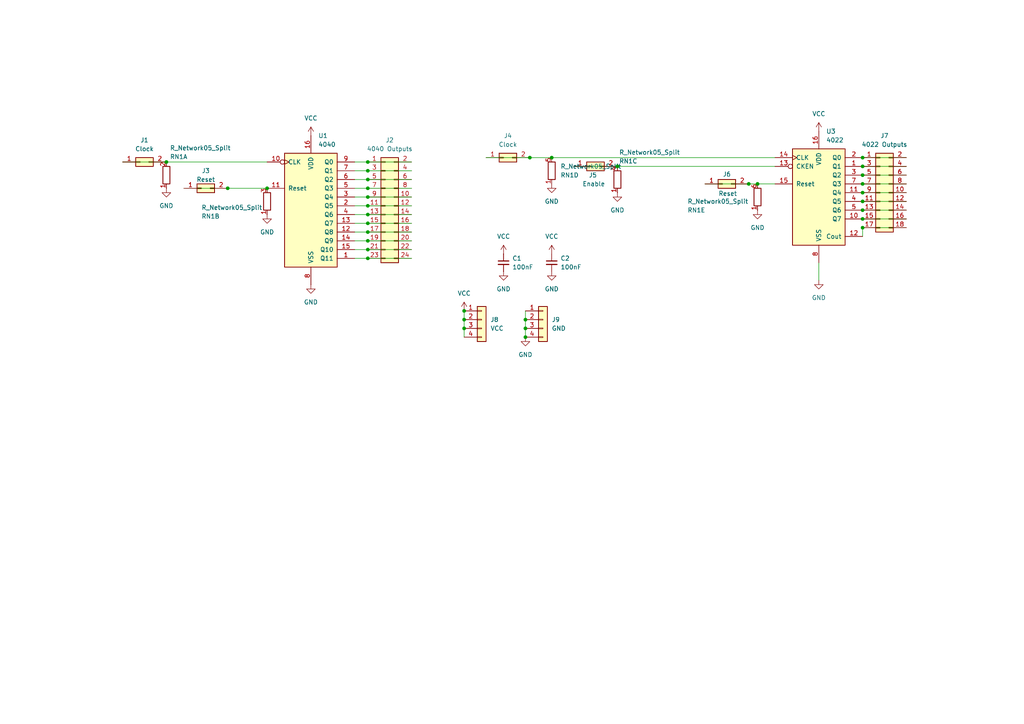
<source format=kicad_sch>
(kicad_sch (version 20250114) (generator "eeschema") (generator_version "9.0")
  (paper "A4")
  (lib_symbols
    (symbol "4xxx:4022" (pin_names (offset 1.016))
      (property "Reference" "U" (at -7.62 13.97 0))
      (property "Value" "4022" (at -7.62 -16.51 0))
      (symbol "4022_1_0"
        (pin input clock (at -12.7 10.16 0) (length 5.08) (name "CLK") (number "14"))
        (pin input inverted (at -12.7 7.62 0) (length 5.08) (name "CKEN") (number "13"))
        (pin input line (at -12.7 2.54 0) (length 5.08) (name "Reset") (number "15"))
        (pin no_connect line (at -12.7 -5.08 0) (length 5.08) (hide yes) (name "NC") (number "6"))
        (pin no_connect line (at -12.7 -7.62 0) (length 5.08) (hide yes) (name "NC") (number "9"))
        (pin power_in line (at 0 17.78 270) (length 5.08) (name "VDD") (number "16"))
        (pin power_in line (at 0 -20.32 90) (length 5.08) (name "VSS") (number "8"))
        (pin output line (at 12.7 10.16 180) (length 5.08) (name "Q0") (number "2"))
        (pin output line (at 12.7 7.62 180) (length 5.08) (name "Q1") (number "1"))
        (pin output line (at 12.7 5.08 180) (length 5.08) (name "Q2") (number "3"))
        (pin output line (at 12.7 2.54 180) (length 5.08) (name "Q3") (number "7"))
        (pin output line (at 12.7 0 180) (length 5.08) (name "Q4") (number "11"))
        (pin output line (at 12.7 -2.54 180) (length 5.08) (name "Q5") (number "4"))
        (pin output line (at 12.7 -5.08 180) (length 5.08) (name "Q6") (number "5"))
        (pin output line (at 12.7 -7.62 180) (length 5.08) (name "Q7") (number "10"))
        (pin output line (at 12.7 -12.7 180) (length 5.08) (name "Cout") (number "12"))
      )
      (symbol "4022_1_1"
        (rectangle (start -7.62 12.7) (end 7.62 -15.24) (stroke (width 0.254)) (fill (type background)))
      )
    )
    (symbol "4xxx:4040" (pin_names (offset 1.016))
      (property "Reference" "U" (at -7.62 16.51 0))
      (property "Value" "4040" (at -7.62 -19.05 0))
      (symbol "4040_1_0"
        (pin input inverted_clock (at -12.7 12.7 0) (length 5.08) (name "CLK") (number "10"))
        (pin input line (at -12.7 5.08 0) (length 5.08) (name "Reset") (number "11"))
        (pin power_in line (at 0 20.32 270) (length 5.08) (name "VDD") (number "16"))
        (pin power_in line (at 0 -22.86 90) (length 5.08) (name "VSS") (number "8"))
        (pin output line (at 12.7 12.7 180) (length 5.08) (name "Q0") (number "9"))
        (pin output line (at 12.7 10.16 180) (length 5.08) (name "Q1") (number "7"))
        (pin output line (at 12.7 7.62 180) (length 5.08) (name "Q2") (number "6"))
        (pin output line (at 12.7 5.08 180) (length 5.08) (name "Q3") (number "5"))
        (pin output line (at 12.7 2.54 180) (length 5.08) (name "Q4") (number "3"))
        (pin output line (at 12.7 0 180) (length 5.08) (name "Q5") (number "2"))
        (pin output line (at 12.7 -2.54 180) (length 5.08) (name "Q6") (number "4"))
        (pin output line (at 12.7 -5.08 180) (length 5.08) (name "Q7") (number "13"))
        (pin output line (at 12.7 -7.62 180) (length 5.08) (name "Q8") (number "12"))
        (pin output line (at 12.7 -10.16 180) (length 5.08) (name "Q9") (number "14"))
        (pin output line (at 12.7 -12.7 180) (length 5.08) (name "Q10") (number "15"))
        (pin output line (at 12.7 -15.24 180) (length 5.08) (name "Q11") (number "1"))
      )
      (symbol "4040_1_1"
        (rectangle (start -7.62 15.24) (end 7.62 -17.78) (stroke (width 0.254)) (fill (type background)))
      )
    )
    (symbol "Connector_Generic:Conn_01x04" (pin_names (offset 1.016) (hide yes))
      (property "Reference" "J" (at 0 5.08 0))
      (property "Value" "Conn_01x04" (at 0 -7.62 0))
      (symbol "Conn_01x04_1_1"
        (rectangle (start -1.27 3.81) (end 1.27 -6.35) (stroke (width 0.254)) (fill (type background)))
        (rectangle (start -1.27 2.667) (end 0 2.413) (stroke (width 0.1524)))
        (rectangle (start -1.27 0.127) (end 0 -0.127) (stroke (width 0.1524)))
        (rectangle (start -1.27 -2.413) (end 0 -2.667) (stroke (width 0.1524)))
        (rectangle (start -1.27 -4.953) (end 0 -5.207) (stroke (width 0.1524)))
        (pin passive line (at -5.08 2.54 0) (length 3.81) (name "Pin_1") (number "1"))
        (pin passive line (at -5.08 0 0) (length 3.81) (name "Pin_2") (number "2"))
        (pin passive line (at -5.08 -2.54 0) (length 3.81) (name "Pin_3") (number "3"))
        (pin passive line (at -5.08 -5.08 0) (length 3.81) (name "Pin_4") (number "4"))
      )
    )
    (symbol "Connector_Generic:Conn_02x01" (pin_names (offset 1.016) (hide yes))
      (property "Reference" "J" (at 1.27 2.54 0))
      (property "Value" "Conn_02x01" (at 1.27 -2.54 0))
      (symbol "Conn_02x01_1_1"
        (rectangle (start -1.27 1.27) (end 3.81 -1.27) (stroke (width 0.254)) (fill (type background)))
        (rectangle (start -1.27 0.127) (end 0 -0.127) (stroke (width 0.1524)))
        (rectangle (start 3.81 0.127) (end 2.54 -0.127) (stroke (width 0.1524)))
        (pin passive line (at -5.08 0 0) (length 3.81) (name "Pin_1") (number "1"))
        (pin passive line (at 7.62 0 180) (length 3.81) (name "Pin_2") (number "2"))
      )
    )
    (symbol "Connector_Generic:Conn_02x09_Odd_Even" (pin_names (offset 1.016) (hide yes))
      (property "Reference" "J" (at 1.27 12.7 0))
      (property "Value" "Conn_02x09_Odd_Even" (at 1.27 -12.7 0))
      (symbol "Conn_02x09_Odd_Even_1_1"
        (rectangle (start -1.27 11.43) (end 3.81 -11.43) (stroke (width 0.254)) (fill (type background)))
        (rectangle (start -1.27 10.287) (end 0 10.033) (stroke (width 0.1524)))
        (rectangle (start -1.27 7.747) (end 0 7.493) (stroke (width 0.1524)))
        (rectangle (start -1.27 5.207) (end 0 4.953) (stroke (width 0.1524)))
        (rectangle (start -1.27 2.667) (end 0 2.413) (stroke (width 0.1524)))
        (rectangle (start -1.27 0.127) (end 0 -0.127) (stroke (width 0.1524)))
        (rectangle (start -1.27 -2.413) (end 0 -2.667) (stroke (width 0.1524)))
        (rectangle (start -1.27 -4.953) (end 0 -5.207) (stroke (width 0.1524)))
        (rectangle (start -1.27 -7.493) (end 0 -7.747) (stroke (width 0.1524)))
        (rectangle (start -1.27 -10.033) (end 0 -10.287) (stroke (width 0.1524)))
        (rectangle (start 3.81 10.287) (end 2.54 10.033) (stroke (width 0.1524)))
        (rectangle (start 3.81 7.747) (end 2.54 7.493) (stroke (width 0.1524)))
        (rectangle (start 3.81 5.207) (end 2.54 4.953) (stroke (width 0.1524)))
        (rectangle (start 3.81 2.667) (end 2.54 2.413) (stroke (width 0.1524)))
        (rectangle (start 3.81 0.127) (end 2.54 -0.127) (stroke (width 0.1524)))
        (rectangle (start 3.81 -2.413) (end 2.54 -2.667) (stroke (width 0.1524)))
        (rectangle (start 3.81 -4.953) (end 2.54 -5.207) (stroke (width 0.1524)))
        (rectangle (start 3.81 -7.493) (end 2.54 -7.747) (stroke (width 0.1524)))
        (rectangle (start 3.81 -10.033) (end 2.54 -10.287) (stroke (width 0.1524)))
        (pin passive line (at -5.08 10.16 0) (length 3.81) (name "Pin_1") (number "1"))
        (pin passive line (at -5.08 7.62 0) (length 3.81) (name "Pin_3") (number "3"))
        (pin passive line (at -5.08 5.08 0) (length 3.81) (name "Pin_5") (number "5"))
        (pin passive line (at -5.08 2.54 0) (length 3.81) (name "Pin_7") (number "7"))
        (pin passive line (at -5.08 0 0) (length 3.81) (name "Pin_9") (number "9"))
        (pin passive line (at -5.08 -2.54 0) (length 3.81) (name "Pin_11") (number "11"))
        (pin passive line (at -5.08 -5.08 0) (length 3.81) (name "Pin_13") (number "13"))
        (pin passive line (at -5.08 -7.62 0) (length 3.81) (name "Pin_15") (number "15"))
        (pin passive line (at -5.08 -10.16 0) (length 3.81) (name "Pin_17") (number "17"))
        (pin passive line (at 7.62 10.16 180) (length 3.81) (name "Pin_2") (number "2"))
        (pin passive line (at 7.62 7.62 180) (length 3.81) (name "Pin_4") (number "4"))
        (pin passive line (at 7.62 5.08 180) (length 3.81) (name "Pin_6") (number "6"))
        (pin passive line (at 7.62 2.54 180) (length 3.81) (name "Pin_8") (number "8"))
        (pin passive line (at 7.62 0 180) (length 3.81) (name "Pin_10") (number "10"))
        (pin passive line (at 7.62 -2.54 180) (length 3.81) (name "Pin_12") (number "12"))
        (pin passive line (at 7.62 -5.08 180) (length 3.81) (name "Pin_14") (number "14"))
        (pin passive line (at 7.62 -7.62 180) (length 3.81) (name "Pin_16") (number "16"))
        (pin passive line (at 7.62 -10.16 180) (length 3.81) (name "Pin_18") (number "18"))
      )
    )
    (symbol "Connector_Generic:Conn_02x12_Odd_Even" (pin_names (offset 1.016) (hide yes))
      (property "Reference" "J" (at 1.27 15.24 0))
      (property "Value" "Conn_02x12_Odd_Even" (at 1.27 -17.78 0))
      (symbol "Conn_02x12_Odd_Even_1_1"
        (rectangle (start -1.27 13.97) (end 3.81 -16.51) (stroke (width 0.254)) (fill (type background)))
        (rectangle (start -1.27 12.827) (end 0 12.573) (stroke (width 0.1524)))
        (rectangle (start -1.27 10.287) (end 0 10.033) (stroke (width 0.1524)))
        (rectangle (start -1.27 7.747) (end 0 7.493) (stroke (width 0.1524)))
        (rectangle (start -1.27 5.207) (end 0 4.953) (stroke (width 0.1524)))
        (rectangle (start -1.27 2.667) (end 0 2.413) (stroke (width 0.1524)))
        (rectangle (start -1.27 0.127) (end 0 -0.127) (stroke (width 0.1524)))
        (rectangle (start -1.27 -2.413) (end 0 -2.667) (stroke (width 0.1524)))
        (rectangle (start -1.27 -4.953) (end 0 -5.207) (stroke (width 0.1524)))
        (rectangle (start -1.27 -7.493) (end 0 -7.747) (stroke (width 0.1524)))
        (rectangle (start -1.27 -10.033) (end 0 -10.287) (stroke (width 0.1524)))
        (rectangle (start -1.27 -12.573) (end 0 -12.827) (stroke (width 0.1524)))
        (rectangle (start -1.27 -15.113) (end 0 -15.367) (stroke (width 0.1524)))
        (rectangle (start 3.81 12.827) (end 2.54 12.573) (stroke (width 0.1524)))
        (rectangle (start 3.81 10.287) (end 2.54 10.033) (stroke (width 0.1524)))
        (rectangle (start 3.81 7.747) (end 2.54 7.493) (stroke (width 0.1524)))
        (rectangle (start 3.81 5.207) (end 2.54 4.953) (stroke (width 0.1524)))
        (rectangle (start 3.81 2.667) (end 2.54 2.413) (stroke (width 0.1524)))
        (rectangle (start 3.81 0.127) (end 2.54 -0.127) (stroke (width 0.1524)))
        (rectangle (start 3.81 -2.413) (end 2.54 -2.667) (stroke (width 0.1524)))
        (rectangle (start 3.81 -4.953) (end 2.54 -5.207) (stroke (width 0.1524)))
        (rectangle (start 3.81 -7.493) (end 2.54 -7.747) (stroke (width 0.1524)))
        (rectangle (start 3.81 -10.033) (end 2.54 -10.287) (stroke (width 0.1524)))
        (rectangle (start 3.81 -12.573) (end 2.54 -12.827) (stroke (width 0.1524)))
        (rectangle (start 3.81 -15.113) (end 2.54 -15.367) (stroke (width 0.1524)))
        (pin passive line (at -5.08 12.7 0) (length 3.81) (name "Pin_1") (number "1"))
        (pin passive line (at -5.08 10.16 0) (length 3.81) (name "Pin_3") (number "3"))
        (pin passive line (at -5.08 7.62 0) (length 3.81) (name "Pin_5") (number "5"))
        (pin passive line (at -5.08 5.08 0) (length 3.81) (name "Pin_7") (number "7"))
        (pin passive line (at -5.08 2.54 0) (length 3.81) (name "Pin_9") (number "9"))
        (pin passive line (at -5.08 0 0) (length 3.81) (name "Pin_11") (number "11"))
        (pin passive line (at -5.08 -2.54 0) (length 3.81) (name "Pin_13") (number "13"))
        (pin passive line (at -5.08 -5.08 0) (length 3.81) (name "Pin_15") (number "15"))
        (pin passive line (at -5.08 -7.62 0) (length 3.81) (name "Pin_17") (number "17"))
        (pin passive line (at -5.08 -10.16 0) (length 3.81) (name "Pin_19") (number "19"))
        (pin passive line (at -5.08 -12.7 0) (length 3.81) (name "Pin_21") (number "21"))
        (pin passive line (at -5.08 -15.24 0) (length 3.81) (name "Pin_23") (number "23"))
        (pin passive line (at 7.62 12.7 180) (length 3.81) (name "Pin_2") (number "2"))
        (pin passive line (at 7.62 10.16 180) (length 3.81) (name "Pin_4") (number "4"))
        (pin passive line (at 7.62 7.62 180) (length 3.81) (name "Pin_6") (number "6"))
        (pin passive line (at 7.62 5.08 180) (length 3.81) (name "Pin_8") (number "8"))
        (pin passive line (at 7.62 2.54 180) (length 3.81) (name "Pin_10") (number "10"))
        (pin passive line (at 7.62 0 180) (length 3.81) (name "Pin_12") (number "12"))
        (pin passive line (at 7.62 -2.54 180) (length 3.81) (name "Pin_14") (number "14"))
        (pin passive line (at 7.62 -5.08 180) (length 3.81) (name "Pin_16") (number "16"))
        (pin passive line (at 7.62 -7.62 180) (length 3.81) (name "Pin_18") (number "18"))
        (pin passive line (at 7.62 -10.16 180) (length 3.81) (name "Pin_20") (number "20"))
        (pin passive line (at 7.62 -12.7 180) (length 3.81) (name "Pin_22") (number "22"))
        (pin passive line (at 7.62 -15.24 180) (length 3.81) (name "Pin_24") (number "24"))
      )
    )
    (symbol "Device:C_Small" (pin_numbers (hide yes)) (pin_names (offset 0.254) (hide yes))
      (property "Reference" "C" (at 0.254 1.778 0))
      (property "Value" "C_Small" (at 0.254 -2.032 0))
      (symbol "C_Small_0_1"
        (polyline (pts (xy -1.524 0.508) (xy 1.524 0.508)) (stroke (width 0.3048)))
        (polyline (pts (xy -1.524 -0.508) (xy 1.524 -0.508)) (stroke (width 0.3302)))
      )
      (symbol "C_Small_1_1"
        (pin passive line (at 0 2.54 270) (length 2.032) (name "~") (number "1"))
        (pin passive line (at 0 -2.54 90) (length 2.032) (name "~") (number "2"))
      )
    )
    (symbol "Device:R_Network05_Split" (pin_names (offset 0) (hide yes))
      (property "Reference" "RN" (at 2.032 0 90))
      (property "Value" "R_Network05_Split" (at 0 0 90))
      (symbol "R_Network05_Split_0_1"
        (rectangle (start 1.016 2.54) (end -1.016 -2.54) (stroke (width 0.254)))
        (pin passive line (at 0 3.81 270) (length 1.27) (name "R1") (number "1"))
      )
      (symbol "R_Network05_Split_1_1"
        (pin passive line (at 0 -3.81 90) (length 1.27) (name "R1.2") (number "2"))
      )
      (symbol "R_Network05_Split_2_1"
        (pin passive line (at 0 -3.81 90) (length 1.27) (name "R2.2") (number "3"))
      )
      (symbol "R_Network05_Split_3_1"
        (pin passive line (at 0 -3.81 90) (length 1.27) (name "R3.2") (number "4"))
      )
      (symbol "R_Network05_Split_4_1"
        (pin passive line (at 0 -3.81 90) (length 1.27) (name "R4.2") (number "5"))
      )
      (symbol "R_Network05_Split_5_1"
        (pin passive line (at 0 -3.81 90) (length 1.27) (name "R5.2") (number "6"))
      )
    )
    (symbol "power:GND" (power) (pin_numbers (hide yes)) (pin_names (offset 0) (hide yes))
      (property "Value" "GND" (at 0 -3.81 0))
      (symbol "GND_0_1"
        (polyline (pts (xy 0 0) (xy 0 -1.27) (xy 1.27 -1.27) (xy 0 -2.54) (xy -1.27 -1.27) (xy 0 -1.27)))
      )
      (symbol "GND_1_1"
        (pin power_in line (at 0 0 270) (length 0) (name "~") (number "1"))
      )
    )
    (symbol "power:VCC" (power) (pin_numbers (hide yes)) (pin_names (offset 0) (hide yes))
      (property "Value" "VCC" (at 0 3.556 0))
      (symbol "VCC_0_1"
        (polyline (pts (xy -0.762 1.27) (xy 0 2.54)))
        (polyline (pts (xy 0 2.54) (xy 0.762 1.27)))
        (polyline (pts (xy 0 0) (xy 0 2.54)))
      )
      (symbol "VCC_1_1"
        (pin power_in line (at 0 0 90) (length 0) (name "~") (number "1"))
      )
    )
  )
  (junction (at 48.26 46.99))
  (junction (at 153.67 45.72))
  (junction (at 250.19 58.42))
  (junction (at 106.68 67.31))
  (junction (at 152.4 97.79))
  (junction (at 106.68 62.23))
  (junction (at 106.68 46.99))
  (junction (at 106.68 54.61))
  (junction (at 152.4 92.71))
  (junction (at 219.71 53.34))
  (junction (at 250.19 53.34))
  (junction (at 66.04 54.61))
  (junction (at 160.02 45.72))
  (junction (at 152.4 95.25))
  (junction (at 250.19 45.72))
  (junction (at 134.62 95.25))
  (junction (at 134.62 92.71))
  (junction (at 250.19 48.26))
  (junction (at 217.17 53.34))
  (junction (at 106.68 72.39))
  (junction (at 134.62 90.17))
  (junction (at 106.68 74.93))
  (junction (at 106.68 69.85))
  (junction (at 250.19 55.88))
  (junction (at 106.68 64.77))
  (junction (at 106.68 57.15))
  (junction (at 179.07 48.26))
  (junction (at 250.19 66.04))
  (junction (at 250.19 50.8))
  (junction (at 77.47 54.61))
  (junction (at 106.68 52.07))
  (junction (at 106.68 59.69))
  (junction (at 250.19 60.96))
  (junction (at 106.68 49.53))
  (junction (at 250.19 63.5))
  (wire (pts (xy 102.87 59.69) (xy 106.68 59.69)))
  (wire (pts (xy 102.87 74.93) (xy 106.68 74.93)))
  (wire (pts (xy 106.68 62.23) (xy 119.38 62.23)))
  (wire (pts (xy 250.19 55.88) (xy 262.89 55.88)))
  (wire (pts (xy 106.68 54.61) (xy 119.38 54.61)))
  (wire (pts (xy 35.56 46.99) (xy 48.26 46.99)))
  (wire (pts (xy 106.68 52.07) (xy 119.38 52.07)))
  (wire (pts (xy 250.19 66.04) (xy 262.89 66.04)))
  (wire (pts (xy 217.17 53.34) (xy 219.71 53.34)))
  (wire (pts (xy 250.19 66.04) (xy 250.19 68.58)))
  (wire (pts (xy 204.47 53.34) (xy 217.17 53.34)))
  (wire (pts (xy 160.02 45.72) (xy 224.79 45.72)))
  (wire (pts (xy 134.62 90.17) (xy 134.62 92.71)))
  (wire (pts (xy 102.87 62.23) (xy 106.68 62.23)))
  (wire (pts (xy 250.19 48.26) (xy 262.89 48.26)))
  (wire (pts (xy 250.19 50.8) (xy 262.89 50.8)))
  (wire (pts (xy 152.4 90.17) (xy 152.4 92.71)))
  (wire (pts (xy 250.19 63.5) (xy 262.89 63.5)))
  (wire (pts (xy 106.68 46.99) (xy 119.38 46.99)))
  (wire (pts (xy 140.97 45.72) (xy 153.67 45.72)))
  (wire (pts (xy 106.68 69.85) (xy 119.38 69.85)))
  (wire (pts (xy 48.26 46.99) (xy 77.47 46.99)))
  (wire (pts (xy 106.68 59.69) (xy 119.38 59.69)))
  (wire (pts (xy 237.49 76.2) (xy 237.49 81.28)))
  (wire (pts (xy 153.67 45.72) (xy 160.02 45.72)))
  (wire (pts (xy 102.87 54.61) (xy 106.68 54.61)))
  (wire (pts (xy 106.68 57.15) (xy 119.38 57.15)))
  (wire (pts (xy 102.87 64.77) (xy 106.68 64.77)))
  (wire (pts (xy 102.87 52.07) (xy 106.68 52.07)))
  (wire (pts (xy 102.87 67.31) (xy 106.68 67.31)))
  (wire (pts (xy 102.87 46.99) (xy 106.68 46.99)))
  (wire (pts (xy 102.87 72.39) (xy 106.68 72.39)))
  (wire (pts (xy 106.68 72.39) (xy 119.38 72.39)))
  (wire (pts (xy 250.19 53.34) (xy 262.89 53.34)))
  (wire (pts (xy 219.71 53.34) (xy 224.79 53.34)))
  (wire (pts (xy 166.37 48.26) (xy 179.07 48.26)))
  (wire (pts (xy 152.4 92.71) (xy 152.4 95.25)))
  (wire (pts (xy 134.62 92.71) (xy 134.62 95.25)))
  (wire (pts (xy 179.07 48.26) (xy 224.79 48.26)))
  (wire (pts (xy 250.19 58.42) (xy 262.89 58.42)))
  (wire (pts (xy 106.68 64.77) (xy 119.38 64.77)))
  (wire (pts (xy 106.68 49.53) (xy 119.38 49.53)))
  (wire (pts (xy 102.87 57.15) (xy 106.68 57.15)))
  (wire (pts (xy 250.19 60.96) (xy 262.89 60.96)))
  (wire (pts (xy 66.04 54.61) (xy 77.47 54.61)))
  (wire (pts (xy 106.68 74.93) (xy 119.38 74.93)))
  (wire (pts (xy 53.34 54.61) (xy 66.04 54.61)))
  (wire (pts (xy 250.19 45.72) (xy 262.89 45.72)))
  (wire (pts (xy 106.68 67.31) (xy 119.38 67.31)))
  (wire (pts (xy 152.4 95.25) (xy 152.4 97.79)))
  (wire (pts (xy 102.87 69.85) (xy 106.68 69.85)))
  (wire (pts (xy 134.62 95.25) (xy 134.62 97.79)))
  (wire (pts (xy 102.87 49.53) (xy 106.68 49.53)))
  (symbol (lib_id "power:VCC") (at 90.17 39.37 0) (unit 1)
    (property "Reference" "#PWR08" (effects (hide yes)))
    (property "Value" "VCC" (at 90.17 34.29 0))
    (property "Description" "Power symbol creates a global label with name \"VCC\"" (effects (hide yes)))
  )
  (symbol (lib_id "Connector_Generic:Conn_02x01") (at 171.45 48.26 0) (unit 1)
    (property "Reference" "J5" (at 171.958 50.8 0))
    (property "Value" "Enable" (at 172.212 53.34 0))
    (property "Footprint" "Connector_PinHeader_2.54mm:PinHeader_2x01_P2.54mm_Vertical" (effects (hide yes)))
    (property "Description" "Generic connector, double row, 02x01, this symbol is compatible with counter-clockwise, top-bottom and odd-even numbering schemes., script generated (kicad-library-utils/schlib/autogen/connector/)" (effects (hide yes)))
  )
  (symbol (lib_id "Device:R_Network05_Split") (at 160.02 49.53 0) (mirror x) (unit 4)
    (property "Reference" "RN1" (at 162.56 50.8001 0) (effects (justify left)))
    (property "Value" "R_Network05_Split" (at 162.56 48.2601 0) (effects (justify left)))
    (property "Footprint" "Resistor_THT:R_Array_SIP6" (effects (hide yes)))
    (property "Datasheet" "http://www.vishay.com/docs/31509/csc.pdf" (effects (hide yes)))
    (property "Description" "5 resistor network, star topology, bussed resistors, split" (effects (hide yes)))
  )
  (symbol (lib_id "power:VCC") (at 237.49 38.1 0) (unit 1)
    (property "Reference" "#PWR09" (effects (hide yes)))
    (property "Value" "VCC" (at 237.49 33.02 0))
    (property "Description" "Power symbol creates a global label with name \"VCC\"" (effects (hide yes)))
  )
  (symbol (lib_id "4xxx:4022") (at 237.49 55.88 0) (unit 1)
    (property "Reference" "U3" (at 239.6333 38.1 0) (effects (justify left)))
    (property "Value" "4022" (at 239.6333 40.64 0) (effects (justify left)))
    (property "Footprint" "Package_DIP:DIP-16_W7.62mm" (effects (hide yes)))
    (property "Datasheet" "http://www.intersil.com/content/dam/Intersil/documents/cd40/cd4017bms-22bms.pdf" (effects (hide yes)))
    (property "Description" "Johnson Counter (8 states)" (effects (hide yes)))
  )
  (symbol (lib_id "Connector_Generic:Conn_02x01") (at 146.05 45.72 0) (unit 1)
    (property "Reference" "J4" (at 147.32 39.37 0))
    (property "Value" "Clock" (at 147.32 41.91 0))
    (property "Footprint" "Connector_PinHeader_2.54mm:PinHeader_2x01_P2.54mm_Vertical" (effects (hide yes)))
    (property "Description" "Generic connector, double row, 02x01, this symbol is compatible with counter-clockwise, top-bottom and odd-even numbering schemes., script generated (kicad-library-utils/schlib/autogen/connector/)" (effects (hide yes)))
  )
  (symbol (lib_id "Connector_Generic:Conn_02x09_Odd_Even") (at 255.27 55.88 0) (unit 1)
    (property "Reference" "J7" (at 256.54 39.37 0))
    (property "Value" "4022 Outputs" (at 256.54 41.91 0))
    (property "Footprint" "Connector_PinHeader_2.54mm:PinHeader_2x09_P2.54mm_Vertical" (effects (hide yes)))
    (property "Description" "Generic connector, double row, 02x09, odd/even pin numbering scheme (row 1 odd numbers, row 2 even numbers), script generated (kicad-library-utils/schlib/autogen/connector/)" (effects (hide yes)))
  )
  (symbol (lib_id "power:GND") (at 237.49 81.28 0) (unit 1)
    (property "Reference" "#PWR07" (effects (hide yes)))
    (property "Value" "GND" (at 237.49 86.36 0))
    (property "Description" "Power symbol creates a global label with name \"GND\" , ground" (effects (hide yes)))
  )
  (symbol (lib_id "power:GND") (at 77.47 62.23 0) (unit 1)
    (property "Reference" "#PWR04" (effects (hide yes)))
    (property "Value" "GND" (at 77.47 67.31 0))
    (property "Description" "Power symbol creates a global label with name \"GND\" , ground" (effects (hide yes)))
  )
  (symbol (lib_id "power:GND") (at 90.17 82.55 0) (unit 1)
    (property "Reference" "#PWR06" (effects (hide yes)))
    (property "Value" "GND" (at 90.17 87.63 0))
    (property "Description" "Power symbol creates a global label with name \"GND\" , ground" (effects (hide yes)))
  )
  (symbol (lib_id "Connector_Generic:Conn_01x04") (at 157.48 92.71 0) (unit 1)
    (property "Reference" "J9" (at 160.02 92.7099 0) (effects (justify left)))
    (property "Value" "GND" (at 160.02 95.2499 0) (effects (justify left)))
    (property "Footprint" "Connector_PinHeader_2.54mm:PinHeader_1x04_P2.54mm_Vertical" (effects (hide yes)))
    (property "Description" "Generic connector, single row, 01x04, script generated (kicad-library-utils/schlib/autogen/connector/)" (effects (hide yes)))
  )
  (symbol (lib_id "Device:R_Network05_Split") (at 179.07 52.07 0) (mirror x) (unit 3)
    (property "Reference" "RN1" (at 179.578 46.736 0) (effects (justify left)))
    (property "Value" "R_Network05_Split" (at 179.578 44.196 0) (effects (justify left)))
    (property "Footprint" "Resistor_THT:R_Array_SIP6" (effects (hide yes)))
    (property "Datasheet" "http://www.vishay.com/docs/31509/csc.pdf" (effects (hide yes)))
    (property "Description" "5 resistor network, star topology, bussed resistors, split" (effects (hide yes)))
  )
  (symbol (lib_id "Connector_Generic:Conn_02x12_Odd_Even") (at 111.76 59.69 0) (unit 1)
    (property "Reference" "J2" (at 113.03 40.64 0))
    (property "Value" "4040 Outputs" (at 113.03 43.18 0))
    (property "Footprint" "Connector_PinHeader_2.54mm:PinHeader_2x12_P2.54mm_Vertical" (effects (hide yes)))
    (property "Description" "Generic connector, double row, 02x12, odd/even pin numbering scheme (row 1 odd numbers, row 2 even numbers), script generated (kicad-library-utils/schlib/autogen/connector/)" (effects (hide yes)))
  )
  (symbol (lib_id "power:VCC") (at 146.05 73.66 0) (unit 1)
    (property "Reference" "#PWR010" (effects (hide yes)))
    (property "Value" "VCC" (at 146.05 68.58 0))
    (property "Description" "Power symbol creates a global label with name \"VCC\"" (effects (hide yes)))
  )
  (symbol (lib_id "Device:R_Network05_Split") (at 219.71 57.15 0) (mirror x) (unit 5)
    (property "Reference" "RN1" (at 199.39 60.96 0) (effects (justify left)))
    (property "Value" "R_Network05_Split" (at 199.39 58.42 0) (effects (justify left)))
    (property "Footprint" "Resistor_THT:R_Array_SIP6" (effects (hide yes)))
    (property "Datasheet" "http://www.vishay.com/docs/31509/csc.pdf" (effects (hide yes)))
    (property "Description" "5 resistor network, star topology, bussed resistors, split" (effects (hide yes)))
  )
  (symbol (lib_id "power:GND") (at 160.02 78.74 0) (unit 1)
    (property "Reference" "#PWR013" (effects (hide yes)))
    (property "Value" "GND" (at 160.02 83.82 0))
    (property "Description" "Power symbol creates a global label with name \"GND\" , ground" (effects (hide yes)))
  )
  (symbol (lib_id "power:GND") (at 152.4 97.79 0) (unit 1)
    (property "Reference" "#PWR015" (effects (hide yes)))
    (property "Value" "GND" (at 152.4 102.87 0))
    (property "Description" "Power symbol creates a global label with name \"GND\" , ground" (effects (hide yes)))
  )
  (symbol (lib_id "Connector_Generic:Conn_02x01") (at 58.42 54.61 0) (unit 1)
    (property "Reference" "J3" (at 59.69 49.53 0))
    (property "Value" "Reset" (at 59.69 52.07 0))
    (property "Footprint" "Connector_PinHeader_2.54mm:PinHeader_2x01_P2.54mm_Vertical" (effects (hide yes)))
    (property "Description" "Generic connector, double row, 02x01, this symbol is compatible with counter-clockwise, top-bottom and odd-even numbering schemes., script generated (kicad-library-utils/schlib/autogen/connector/)" (effects (hide yes)))
  )
  (symbol (lib_id "power:GND") (at 219.71 60.96 0) (unit 1)
    (property "Reference" "#PWR03" (effects (hide yes)))
    (property "Value" "GND" (at 219.71 66.04 0))
    (property "Description" "Power symbol creates a global label with name \"GND\" , ground" (effects (hide yes)))
  )
  (symbol (lib_id "4xxx:4040") (at 90.17 59.69 0) (unit 1)
    (property "Reference" "U1" (at 92.3133 39.37 0) (effects (justify left)))
    (property "Value" "4040" (at 92.3133 41.91 0) (effects (justify left)))
    (property "Footprint" "Package_DIP:DIP-16_W7.62mm" (effects (hide yes)))
    (property "Datasheet" "http://www.intersil.com/content/dam/Intersil/documents/cd40/cd4020bms-24bms-40bms.pdf" (effects (hide yes)))
    (property "Description" "Binary Counter 12 stages (Asynchronous)" (effects (hide yes)))
  )
  (symbol (lib_id "power:VCC") (at 134.62 90.17 0) (unit 1)
    (property "Reference" "#PWR014" (effects (hide yes)))
    (property "Value" "VCC" (at 134.62 85.09 0))
    (property "Description" "Power symbol creates a global label with name \"VCC\"" (effects (hide yes)))
  )
  (symbol (lib_id "power:VCC") (at 160.02 73.66 0) (unit 1)
    (property "Reference" "#PWR012" (effects (hide yes)))
    (property "Value" "VCC" (at 160.02 68.58 0))
    (property "Description" "Power symbol creates a global label with name \"VCC\"" (effects (hide yes)))
  )
  (symbol (lib_id "Device:R_Network05_Split") (at 48.26 50.8 0) (mirror x) (unit 1)
    (property "Reference" "RN1" (at 49.276 45.466 0) (effects (justify left)))
    (property "Value" "R_Network05_Split" (at 49.276 42.926 0) (effects (justify left)))
    (property "Footprint" "Resistor_THT:R_Array_SIP6" (effects (hide yes)))
    (property "Datasheet" "http://www.vishay.com/docs/31509/csc.pdf" (effects (hide yes)))
    (property "Description" "5 resistor network, star topology, bussed resistors, split" (effects (hide yes)))
  )
  (symbol (lib_id "Device:R_Network05_Split") (at 77.47 58.42 0) (mirror x) (unit 2)
    (property "Reference" "RN1" (at 58.42 62.738 0) (effects (justify left)))
    (property "Value" "R_Network05_Split" (at 58.42 60.198 0) (effects (justify left)))
    (property "Footprint" "Resistor_THT:R_Array_SIP6" (effects (hide yes)))
    (property "Datasheet" "http://www.vishay.com/docs/31509/csc.pdf" (effects (hide yes)))
    (property "Description" "5 resistor network, star topology, bussed resistors, split" (effects (hide yes)))
  )
  (symbol (lib_id "power:GND") (at 146.05 78.74 0) (unit 1)
    (property "Reference" "#PWR011" (effects (hide yes)))
    (property "Value" "GND" (at 146.05 83.82 0))
    (property "Description" "Power symbol creates a global label with name \"GND\" , ground" (effects (hide yes)))
  )
  (symbol (lib_id "Connector_Generic:Conn_02x01") (at 209.55 53.34 0) (unit 1)
    (property "Reference" "J6" (at 210.82 50.546 0))
    (property "Value" "Reset" (at 211.074 56.134 0))
    (property "Footprint" "Connector_PinHeader_2.54mm:PinHeader_2x01_P2.54mm_Vertical" (effects (hide yes)))
    (property "Description" "Generic connector, double row, 02x01, this symbol is compatible with counter-clockwise, top-bottom and odd-even numbering schemes., script generated (kicad-library-utils/schlib/autogen/connector/)" (effects (hide yes)))
  )
  (symbol (lib_id "Device:C_Small") (at 160.02 76.2 0) (unit 1)
    (property "Reference" "C2" (at 162.56 74.9362 0) (effects (justify left)))
    (property "Value" "100nF" (at 162.56 77.4762 0) (effects (justify left)))
    (property "Footprint" "Capacitor_THT:C_Disc_D3.0mm_W1.6mm_P2.50mm" (effects (hide yes)))
    (property "Description" "Unpolarized capacitor, small symbol" (effects (hide yes)))
  )
  (symbol (lib_id "power:GND") (at 179.07 55.88 0) (unit 1)
    (property "Reference" "#PWR02" (effects (hide yes)))
    (property "Value" "GND" (at 179.07 60.96 0))
    (property "Description" "Power symbol creates a global label with name \"GND\" , ground" (effects (hide yes)))
  )
  (symbol (lib_id "power:GND") (at 48.26 54.61 0) (unit 1)
    (property "Reference" "#PWR05" (effects (hide yes)))
    (property "Value" "GND" (at 48.26 59.69 0))
    (property "Description" "Power symbol creates a global label with name \"GND\" , ground" (effects (hide yes)))
  )
  (symbol (lib_id "power:GND") (at 160.02 53.34 0) (unit 1)
    (property "Reference" "#PWR01" (effects (hide yes)))
    (property "Value" "GND" (at 160.02 58.42 0))
    (property "Description" "Power symbol creates a global label with name \"GND\" , ground" (effects (hide yes)))
  )
  (symbol (lib_id "Connector_Generic:Conn_02x01") (at 40.64 46.99 0) (unit 1)
    (property "Reference" "J1" (at 41.91 40.64 0))
    (property "Value" "Clock" (at 41.91 43.18 0))
    (property "Footprint" "Connector_PinHeader_2.54mm:PinHeader_2x01_P2.54mm_Vertical" (effects (hide yes)))
    (property "Description" "Generic connector, double row, 02x01, this symbol is compatible with counter-clockwise, top-bottom and odd-even numbering schemes., script generated (kicad-library-utils/schlib/autogen/connector/)" (effects (hide yes)))
  )
  (symbol (lib_id "Device:C_Small") (at 146.05 76.2 0) (unit 1)
    (property "Reference" "C1" (at 148.59 74.9362 0) (effects (justify left)))
    (property "Value" "100nF" (at 148.59 77.4762 0) (effects (justify left)))
    (property "Footprint" "Capacitor_THT:C_Disc_D3.0mm_W1.6mm_P2.50mm" (effects (hide yes)))
    (property "Description" "Unpolarized capacitor, small symbol" (effects (hide yes)))
  )
  (symbol (lib_id "Connector_Generic:Conn_01x04") (at 139.7 92.71 0) (unit 1)
    (property "Reference" "J8" (at 142.24 92.7099 0) (effects (justify left)))
    (property "Value" "VCC" (at 142.24 95.2499 0) (effects (justify left)))
    (property "Footprint" "Connector_PinHeader_2.54mm:PinHeader_1x04_P2.54mm_Vertical" (effects (hide yes)))
    (property "Description" "Generic connector, single row, 01x04, script generated (kicad-library-utils/schlib/autogen/connector/)" (effects (hide yes)))
  )
)
</source>
